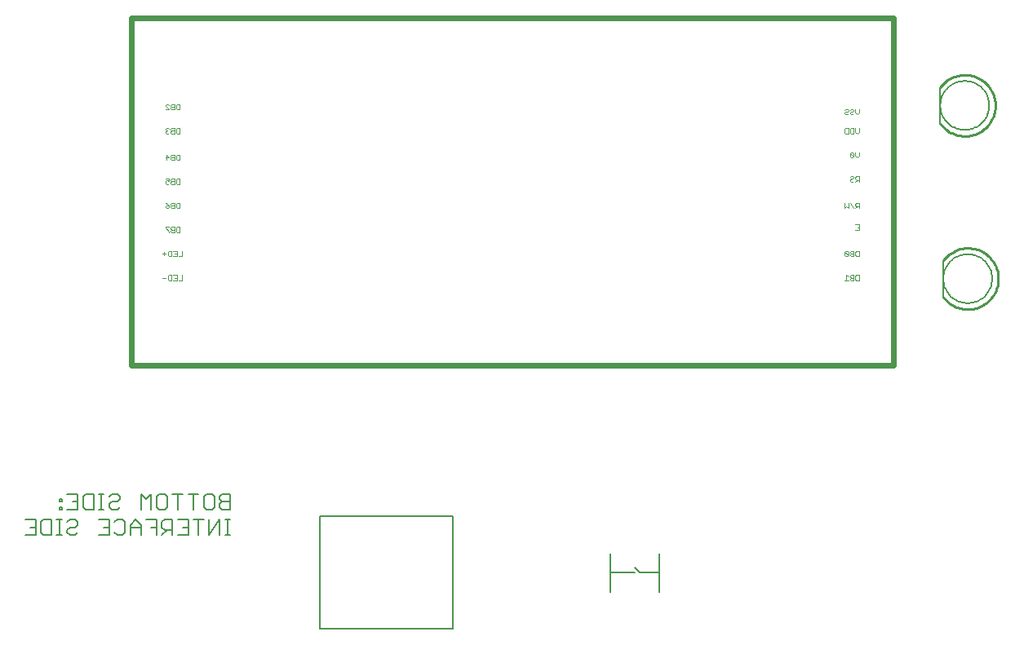
<source format=gbo>
G75*
%MOIN*%
%OFA0B0*%
%FSLAX24Y24*%
%IPPOS*%
%LPD*%
%AMOC8*
5,1,8,0,0,1.08239X$1,22.5*
%
%ADD10C,0.0060*%
%ADD11C,0.0240*%
%ADD12C,0.0020*%
%ADD13C,0.0050*%
%ADD14C,0.0080*%
%ADD15C,0.0100*%
D10*
X031360Y021330D02*
X031787Y021330D01*
X031787Y021971D01*
X031360Y021971D01*
X031574Y021650D02*
X031787Y021650D01*
X032005Y021437D02*
X032005Y021864D01*
X032111Y021971D01*
X032432Y021971D01*
X032432Y021330D01*
X032111Y021330D01*
X032005Y021437D01*
X032648Y021330D02*
X032861Y021330D01*
X032755Y021330D02*
X032755Y021971D01*
X032861Y021971D02*
X032648Y021971D01*
X032755Y022380D02*
X032861Y022380D01*
X032861Y022487D01*
X032755Y022487D01*
X032755Y022380D01*
X032755Y022700D02*
X032861Y022700D01*
X032861Y022807D01*
X032755Y022807D01*
X032755Y022700D01*
X033079Y022380D02*
X033506Y022380D01*
X033506Y023021D01*
X033079Y023021D01*
X033293Y022700D02*
X033506Y022700D01*
X033724Y022487D02*
X033724Y022914D01*
X033830Y023021D01*
X034151Y023021D01*
X034151Y022380D01*
X033830Y022380D01*
X033724Y022487D01*
X033399Y021971D02*
X033186Y021971D01*
X033079Y021864D01*
X033186Y021650D02*
X033079Y021544D01*
X033079Y021437D01*
X033186Y021330D01*
X033399Y021330D01*
X033506Y021437D01*
X033399Y021650D02*
X033186Y021650D01*
X033399Y021650D02*
X033506Y021757D01*
X033506Y021864D01*
X033399Y021971D01*
X034368Y021971D02*
X034795Y021971D01*
X034795Y021330D01*
X034368Y021330D01*
X034582Y021650D02*
X034795Y021650D01*
X035013Y021437D02*
X035119Y021330D01*
X035333Y021330D01*
X035440Y021437D01*
X035440Y021864D01*
X035333Y021971D01*
X035119Y021971D01*
X035013Y021864D01*
X035118Y022380D02*
X035225Y022487D01*
X035118Y022380D02*
X034905Y022380D01*
X034798Y022487D01*
X034798Y022594D01*
X034905Y022700D01*
X035118Y022700D01*
X035225Y022807D01*
X035225Y022914D01*
X035118Y023021D01*
X034905Y023021D01*
X034798Y022914D01*
X034580Y023021D02*
X034367Y023021D01*
X034474Y023021D02*
X034474Y022380D01*
X034580Y022380D02*
X034367Y022380D01*
X035657Y021757D02*
X035657Y021330D01*
X035657Y021650D02*
X036084Y021650D01*
X036084Y021757D02*
X035871Y021971D01*
X035657Y021757D01*
X036084Y021757D02*
X036084Y021330D01*
X036515Y021650D02*
X036729Y021650D01*
X036946Y021650D02*
X037053Y021544D01*
X037373Y021544D01*
X037160Y021544D02*
X036946Y021330D01*
X036729Y021330D02*
X036729Y021971D01*
X036302Y021971D01*
X036514Y022380D02*
X036514Y023021D01*
X036300Y022807D01*
X036087Y023021D01*
X036087Y022380D01*
X036731Y022487D02*
X036731Y022914D01*
X036838Y023021D01*
X037052Y023021D01*
X037158Y022914D01*
X037158Y022487D01*
X037052Y022380D01*
X036838Y022380D01*
X036731Y022487D01*
X037053Y021971D02*
X036946Y021864D01*
X036946Y021650D01*
X037053Y021971D02*
X037373Y021971D01*
X037373Y021330D01*
X037591Y021330D02*
X038018Y021330D01*
X038018Y021971D01*
X037591Y021971D01*
X037804Y021650D02*
X038018Y021650D01*
X038235Y021971D02*
X038662Y021971D01*
X038449Y021971D02*
X038449Y021330D01*
X038880Y021330D02*
X038880Y021971D01*
X038985Y022380D02*
X038772Y022380D01*
X038665Y022487D01*
X038665Y022914D01*
X038772Y023021D01*
X038985Y023021D01*
X039092Y022914D01*
X039092Y022487D01*
X038985Y022380D01*
X039310Y022487D02*
X039416Y022380D01*
X039737Y022380D01*
X039737Y023021D01*
X039416Y023021D01*
X039310Y022914D01*
X039310Y022807D01*
X039416Y022700D01*
X039737Y022700D01*
X039416Y022700D02*
X039310Y022594D01*
X039310Y022487D01*
X039307Y021971D02*
X038880Y021330D01*
X039307Y021330D02*
X039307Y021971D01*
X039523Y021971D02*
X039737Y021971D01*
X039630Y021971D02*
X039630Y021330D01*
X039737Y021330D02*
X039523Y021330D01*
X038234Y022380D02*
X038234Y023021D01*
X038021Y023021D02*
X038448Y023021D01*
X037803Y023021D02*
X037376Y023021D01*
X037590Y023021D02*
X037590Y022380D01*
X068867Y031820D02*
X068869Y031883D01*
X068875Y031945D01*
X068885Y032007D01*
X068898Y032069D01*
X068916Y032129D01*
X068937Y032188D01*
X068962Y032246D01*
X068991Y032302D01*
X069023Y032356D01*
X069058Y032408D01*
X069096Y032457D01*
X069138Y032505D01*
X069182Y032549D01*
X069230Y032591D01*
X069279Y032629D01*
X069331Y032664D01*
X069385Y032696D01*
X069441Y032725D01*
X069499Y032750D01*
X069558Y032771D01*
X069618Y032789D01*
X069680Y032802D01*
X069742Y032812D01*
X069804Y032818D01*
X069867Y032820D01*
X069930Y032818D01*
X069992Y032812D01*
X070054Y032802D01*
X070116Y032789D01*
X070176Y032771D01*
X070235Y032750D01*
X070293Y032725D01*
X070349Y032696D01*
X070403Y032664D01*
X070455Y032629D01*
X070504Y032591D01*
X070552Y032549D01*
X070596Y032505D01*
X070638Y032457D01*
X070676Y032408D01*
X070711Y032356D01*
X070743Y032302D01*
X070772Y032246D01*
X070797Y032188D01*
X070818Y032129D01*
X070836Y032069D01*
X070849Y032007D01*
X070859Y031945D01*
X070865Y031883D01*
X070867Y031820D01*
X070865Y031757D01*
X070859Y031695D01*
X070849Y031633D01*
X070836Y031571D01*
X070818Y031511D01*
X070797Y031452D01*
X070772Y031394D01*
X070743Y031338D01*
X070711Y031284D01*
X070676Y031232D01*
X070638Y031183D01*
X070596Y031135D01*
X070552Y031091D01*
X070504Y031049D01*
X070455Y031011D01*
X070403Y030976D01*
X070349Y030944D01*
X070293Y030915D01*
X070235Y030890D01*
X070176Y030869D01*
X070116Y030851D01*
X070054Y030838D01*
X069992Y030828D01*
X069930Y030822D01*
X069867Y030820D01*
X069804Y030822D01*
X069742Y030828D01*
X069680Y030838D01*
X069618Y030851D01*
X069558Y030869D01*
X069499Y030890D01*
X069441Y030915D01*
X069385Y030944D01*
X069331Y030976D01*
X069279Y031011D01*
X069230Y031049D01*
X069182Y031091D01*
X069138Y031135D01*
X069096Y031183D01*
X069058Y031232D01*
X069023Y031284D01*
X068991Y031338D01*
X068962Y031394D01*
X068937Y031452D01*
X068916Y031511D01*
X068898Y031571D01*
X068885Y031633D01*
X068875Y031695D01*
X068869Y031757D01*
X068867Y031820D01*
X068747Y038900D02*
X068749Y038963D01*
X068755Y039025D01*
X068765Y039087D01*
X068778Y039149D01*
X068796Y039209D01*
X068817Y039268D01*
X068842Y039326D01*
X068871Y039382D01*
X068903Y039436D01*
X068938Y039488D01*
X068976Y039537D01*
X069018Y039585D01*
X069062Y039629D01*
X069110Y039671D01*
X069159Y039709D01*
X069211Y039744D01*
X069265Y039776D01*
X069321Y039805D01*
X069379Y039830D01*
X069438Y039851D01*
X069498Y039869D01*
X069560Y039882D01*
X069622Y039892D01*
X069684Y039898D01*
X069747Y039900D01*
X069810Y039898D01*
X069872Y039892D01*
X069934Y039882D01*
X069996Y039869D01*
X070056Y039851D01*
X070115Y039830D01*
X070173Y039805D01*
X070229Y039776D01*
X070283Y039744D01*
X070335Y039709D01*
X070384Y039671D01*
X070432Y039629D01*
X070476Y039585D01*
X070518Y039537D01*
X070556Y039488D01*
X070591Y039436D01*
X070623Y039382D01*
X070652Y039326D01*
X070677Y039268D01*
X070698Y039209D01*
X070716Y039149D01*
X070729Y039087D01*
X070739Y039025D01*
X070745Y038963D01*
X070747Y038900D01*
X070745Y038837D01*
X070739Y038775D01*
X070729Y038713D01*
X070716Y038651D01*
X070698Y038591D01*
X070677Y038532D01*
X070652Y038474D01*
X070623Y038418D01*
X070591Y038364D01*
X070556Y038312D01*
X070518Y038263D01*
X070476Y038215D01*
X070432Y038171D01*
X070384Y038129D01*
X070335Y038091D01*
X070283Y038056D01*
X070229Y038024D01*
X070173Y037995D01*
X070115Y037970D01*
X070056Y037949D01*
X069996Y037931D01*
X069934Y037918D01*
X069872Y037908D01*
X069810Y037902D01*
X069747Y037900D01*
X069684Y037902D01*
X069622Y037908D01*
X069560Y037918D01*
X069498Y037931D01*
X069438Y037949D01*
X069379Y037970D01*
X069321Y037995D01*
X069265Y038024D01*
X069211Y038056D01*
X069159Y038091D01*
X069110Y038129D01*
X069062Y038171D01*
X069018Y038215D01*
X068976Y038263D01*
X068938Y038312D01*
X068903Y038364D01*
X068871Y038418D01*
X068842Y038474D01*
X068817Y038532D01*
X068796Y038591D01*
X068778Y038651D01*
X068765Y038713D01*
X068755Y038775D01*
X068749Y038837D01*
X068747Y038900D01*
D11*
X066818Y042467D02*
X066818Y028293D01*
X035715Y028293D01*
X035715Y042467D01*
X066818Y042467D01*
D12*
X065430Y038760D02*
X065430Y038613D01*
X065356Y038540D01*
X065283Y038613D01*
X065283Y038760D01*
X065209Y038723D02*
X065209Y038686D01*
X065172Y038650D01*
X065099Y038650D01*
X065062Y038613D01*
X065062Y038576D01*
X065099Y038540D01*
X065172Y038540D01*
X065209Y038576D01*
X065209Y038723D02*
X065172Y038760D01*
X065099Y038760D01*
X065062Y038723D01*
X064988Y038723D02*
X064988Y038686D01*
X064951Y038650D01*
X064878Y038650D01*
X064841Y038613D01*
X064841Y038576D01*
X064878Y038540D01*
X064951Y038540D01*
X064988Y038576D01*
X064988Y038723D02*
X064951Y038760D01*
X064878Y038760D01*
X064841Y038723D01*
X064878Y037972D02*
X064988Y037972D01*
X064988Y037752D01*
X064878Y037752D01*
X064841Y037789D01*
X064841Y037936D01*
X064878Y037972D01*
X065062Y037936D02*
X065099Y037972D01*
X065209Y037972D01*
X065209Y037752D01*
X065099Y037752D01*
X065062Y037789D01*
X065062Y037936D01*
X065283Y037972D02*
X065283Y037826D01*
X065356Y037752D01*
X065430Y037826D01*
X065430Y037972D01*
X065430Y036988D02*
X065430Y036841D01*
X065356Y036768D01*
X065283Y036841D01*
X065283Y036988D01*
X065209Y036951D02*
X065172Y036988D01*
X065099Y036988D01*
X065062Y036951D01*
X065209Y036805D01*
X065172Y036768D01*
X065099Y036768D01*
X065062Y036805D01*
X065062Y036951D01*
X065209Y036951D02*
X065209Y036805D01*
X065172Y036004D02*
X065209Y035967D01*
X065209Y035930D01*
X065172Y035894D01*
X065099Y035894D01*
X065062Y035857D01*
X065062Y035820D01*
X065099Y035784D01*
X065172Y035784D01*
X065209Y035820D01*
X065283Y035784D02*
X065356Y035857D01*
X065320Y035857D02*
X065430Y035857D01*
X065430Y035784D02*
X065430Y036004D01*
X065320Y036004D01*
X065283Y035967D01*
X065283Y035894D01*
X065320Y035857D01*
X065172Y036004D02*
X065099Y036004D01*
X065062Y035967D01*
X065062Y034921D02*
X065209Y034701D01*
X065283Y034701D02*
X065356Y034774D01*
X065320Y034774D02*
X065430Y034774D01*
X065430Y034701D02*
X065430Y034921D01*
X065320Y034921D01*
X065283Y034885D01*
X065283Y034811D01*
X065320Y034774D01*
X064988Y034701D02*
X064915Y034774D01*
X064841Y034701D01*
X064841Y034921D01*
X064988Y034921D02*
X064988Y034701D01*
X065283Y034035D02*
X065430Y034035D01*
X065430Y033815D01*
X065283Y033815D01*
X065356Y033925D02*
X065430Y033925D01*
X065430Y032953D02*
X065320Y032953D01*
X065283Y032916D01*
X065283Y032769D01*
X065320Y032733D01*
X065430Y032733D01*
X065430Y032953D01*
X065209Y032953D02*
X065099Y032953D01*
X065062Y032916D01*
X065062Y032879D01*
X065099Y032843D01*
X065209Y032843D01*
X065209Y032733D02*
X065209Y032953D01*
X065099Y032843D02*
X065062Y032806D01*
X065062Y032769D01*
X065099Y032733D01*
X065209Y032733D01*
X064988Y032769D02*
X064841Y032916D01*
X064841Y032769D01*
X064878Y032733D01*
X064951Y032733D01*
X064988Y032769D01*
X064988Y032916D01*
X064951Y032953D01*
X064878Y032953D01*
X064841Y032916D01*
X064915Y031968D02*
X064915Y031748D01*
X064988Y031748D02*
X064841Y031748D01*
X064988Y031895D02*
X064915Y031968D01*
X065062Y031932D02*
X065062Y031895D01*
X065099Y031858D01*
X065209Y031858D01*
X065283Y031785D02*
X065283Y031932D01*
X065320Y031968D01*
X065430Y031968D01*
X065430Y031748D01*
X065320Y031748D01*
X065283Y031785D01*
X065209Y031748D02*
X065099Y031748D01*
X065062Y031785D01*
X065062Y031822D01*
X065099Y031858D01*
X065062Y031932D02*
X065099Y031968D01*
X065209Y031968D01*
X065209Y031748D01*
X037772Y031748D02*
X037626Y031748D01*
X037551Y031748D02*
X037405Y031748D01*
X037330Y031748D02*
X037220Y031748D01*
X037184Y031785D01*
X037184Y031932D01*
X037220Y031968D01*
X037330Y031968D01*
X037330Y031748D01*
X037478Y031858D02*
X037551Y031858D01*
X037551Y031968D02*
X037551Y031748D01*
X037551Y031968D02*
X037405Y031968D01*
X037109Y031858D02*
X036963Y031858D01*
X037772Y031968D02*
X037772Y031748D01*
X037772Y032733D02*
X037626Y032733D01*
X037551Y032733D02*
X037405Y032733D01*
X037330Y032733D02*
X037220Y032733D01*
X037184Y032769D01*
X037184Y032916D01*
X037220Y032953D01*
X037330Y032953D01*
X037330Y032733D01*
X037478Y032843D02*
X037551Y032843D01*
X037551Y032953D02*
X037551Y032733D01*
X037551Y032953D02*
X037405Y032953D01*
X037109Y032843D02*
X036963Y032843D01*
X037036Y032916D02*
X037036Y032769D01*
X037772Y032733D02*
X037772Y032953D01*
X037674Y033717D02*
X037564Y033717D01*
X037527Y033753D01*
X037527Y033900D01*
X037564Y033937D01*
X037674Y033937D01*
X037674Y033717D01*
X037453Y033717D02*
X037453Y033937D01*
X037343Y033937D01*
X037306Y033900D01*
X037306Y033864D01*
X037343Y033827D01*
X037453Y033827D01*
X037343Y033827D02*
X037306Y033790D01*
X037306Y033753D01*
X037343Y033717D01*
X037453Y033717D01*
X037232Y033717D02*
X037232Y033753D01*
X037085Y033900D01*
X037085Y033937D01*
X037232Y033937D01*
X037195Y034701D02*
X037122Y034701D01*
X037085Y034738D01*
X037085Y034774D01*
X037122Y034811D01*
X037232Y034811D01*
X037232Y034738D01*
X037195Y034701D01*
X037232Y034811D02*
X037159Y034885D01*
X037085Y034921D01*
X037306Y034885D02*
X037343Y034921D01*
X037453Y034921D01*
X037453Y034701D01*
X037343Y034701D01*
X037306Y034738D01*
X037306Y034774D01*
X037343Y034811D01*
X037453Y034811D01*
X037527Y034738D02*
X037527Y034885D01*
X037564Y034921D01*
X037674Y034921D01*
X037674Y034701D01*
X037564Y034701D01*
X037527Y034738D01*
X037343Y034811D02*
X037306Y034848D01*
X037306Y034885D01*
X037343Y035685D02*
X037453Y035685D01*
X037453Y035905D01*
X037343Y035905D01*
X037306Y035869D01*
X037306Y035832D01*
X037343Y035795D01*
X037453Y035795D01*
X037527Y035722D02*
X037527Y035869D01*
X037564Y035905D01*
X037674Y035905D01*
X037674Y035685D01*
X037564Y035685D01*
X037527Y035722D01*
X037343Y035685D02*
X037306Y035722D01*
X037306Y035759D01*
X037343Y035795D01*
X037232Y035795D02*
X037159Y035832D01*
X037122Y035832D01*
X037085Y035795D01*
X037085Y035722D01*
X037122Y035685D01*
X037195Y035685D01*
X037232Y035722D01*
X037232Y035795D02*
X037232Y035905D01*
X037085Y035905D01*
X037122Y036670D02*
X037122Y036890D01*
X037232Y036780D01*
X037085Y036780D01*
X037306Y036816D02*
X037343Y036780D01*
X037453Y036780D01*
X037527Y036853D02*
X037527Y036706D01*
X037564Y036670D01*
X037674Y036670D01*
X037674Y036890D01*
X037564Y036890D01*
X037527Y036853D01*
X037453Y036890D02*
X037343Y036890D01*
X037306Y036853D01*
X037306Y036816D01*
X037343Y036780D02*
X037306Y036743D01*
X037306Y036706D01*
X037343Y036670D01*
X037453Y036670D01*
X037453Y036890D01*
X037453Y037752D02*
X037343Y037752D01*
X037306Y037789D01*
X037306Y037826D01*
X037343Y037862D01*
X037453Y037862D01*
X037527Y037789D02*
X037527Y037936D01*
X037564Y037972D01*
X037674Y037972D01*
X037674Y037752D01*
X037564Y037752D01*
X037527Y037789D01*
X037453Y037752D02*
X037453Y037972D01*
X037343Y037972D01*
X037306Y037936D01*
X037306Y037899D01*
X037343Y037862D01*
X037232Y037789D02*
X037195Y037752D01*
X037122Y037752D01*
X037085Y037789D01*
X037085Y037826D01*
X037122Y037862D01*
X037159Y037862D01*
X037122Y037862D02*
X037085Y037899D01*
X037085Y037936D01*
X037122Y037972D01*
X037195Y037972D01*
X037232Y037936D01*
X037232Y038736D02*
X037085Y038883D01*
X037085Y038920D01*
X037122Y038957D01*
X037195Y038957D01*
X037232Y038920D01*
X037306Y038920D02*
X037306Y038883D01*
X037343Y038847D01*
X037453Y038847D01*
X037527Y038920D02*
X037564Y038957D01*
X037674Y038957D01*
X037674Y038736D01*
X037564Y038736D01*
X037527Y038773D01*
X037527Y038920D01*
X037453Y038957D02*
X037343Y038957D01*
X037306Y038920D01*
X037343Y038847D02*
X037306Y038810D01*
X037306Y038773D01*
X037343Y038736D01*
X037453Y038736D01*
X037453Y038957D01*
X037232Y038736D02*
X037085Y038736D01*
D13*
X043412Y017497D02*
X048826Y017497D01*
X048826Y022103D01*
X043412Y022103D01*
X043412Y017497D01*
X055282Y019013D02*
X055282Y019800D01*
X056267Y019800D01*
X056464Y019800D02*
X056267Y019997D01*
X056464Y019800D02*
X057251Y019800D01*
X057251Y019013D01*
X057251Y019800D02*
X057251Y020587D01*
X055282Y020587D02*
X055282Y019800D01*
D14*
X068867Y031070D02*
X068867Y032570D01*
X068747Y038150D02*
X068747Y039650D01*
D15*
X068790Y039704D01*
X068836Y039756D01*
X068885Y039805D01*
X068937Y039852D01*
X068991Y039895D01*
X069047Y039936D01*
X069106Y039973D01*
X069166Y040007D01*
X069229Y040037D01*
X069292Y040064D01*
X069358Y040088D01*
X069424Y040108D01*
X069492Y040124D01*
X069560Y040136D01*
X069629Y040144D01*
X069698Y040149D01*
X069768Y040150D01*
X069837Y040147D01*
X069906Y040140D01*
X069974Y040129D01*
X070042Y040115D01*
X070109Y040096D01*
X070175Y040074D01*
X070240Y040049D01*
X070303Y040020D01*
X070364Y039987D01*
X070423Y039951D01*
X070480Y039912D01*
X070536Y039870D01*
X070588Y039825D01*
X070638Y039777D01*
X070685Y039726D01*
X070730Y039672D01*
X070771Y039617D01*
X070809Y039559D01*
X070844Y039499D01*
X070876Y039437D01*
X070904Y039374D01*
X070928Y039309D01*
X070949Y039243D01*
X070966Y039175D01*
X070980Y039107D01*
X070989Y039038D01*
X070995Y038969D01*
X070997Y038900D01*
X070995Y038831D01*
X070989Y038762D01*
X070980Y038693D01*
X070966Y038625D01*
X070949Y038557D01*
X070928Y038491D01*
X070904Y038426D01*
X070876Y038363D01*
X070844Y038301D01*
X070809Y038241D01*
X070771Y038183D01*
X070730Y038128D01*
X070685Y038074D01*
X070638Y038023D01*
X070588Y037975D01*
X070536Y037930D01*
X070480Y037888D01*
X070423Y037849D01*
X070364Y037813D01*
X070303Y037780D01*
X070240Y037751D01*
X070175Y037726D01*
X070109Y037704D01*
X070042Y037685D01*
X069974Y037671D01*
X069906Y037660D01*
X069837Y037653D01*
X069768Y037650D01*
X069698Y037651D01*
X069629Y037656D01*
X069560Y037664D01*
X069492Y037676D01*
X069424Y037692D01*
X069358Y037712D01*
X069292Y037736D01*
X069229Y037763D01*
X069166Y037793D01*
X069106Y037827D01*
X069047Y037864D01*
X068991Y037905D01*
X068937Y037948D01*
X068885Y037995D01*
X068836Y038044D01*
X068790Y038096D01*
X068747Y038150D01*
X068867Y032570D02*
X068910Y032624D01*
X068956Y032676D01*
X069005Y032725D01*
X069057Y032772D01*
X069111Y032815D01*
X069167Y032856D01*
X069226Y032893D01*
X069286Y032927D01*
X069349Y032957D01*
X069412Y032984D01*
X069478Y033008D01*
X069544Y033028D01*
X069612Y033044D01*
X069680Y033056D01*
X069749Y033064D01*
X069818Y033069D01*
X069888Y033070D01*
X069957Y033067D01*
X070026Y033060D01*
X070094Y033049D01*
X070162Y033035D01*
X070229Y033016D01*
X070295Y032994D01*
X070360Y032969D01*
X070423Y032940D01*
X070484Y032907D01*
X070543Y032871D01*
X070600Y032832D01*
X070656Y032790D01*
X070708Y032745D01*
X070758Y032697D01*
X070805Y032646D01*
X070850Y032592D01*
X070891Y032537D01*
X070929Y032479D01*
X070964Y032419D01*
X070996Y032357D01*
X071024Y032294D01*
X071048Y032229D01*
X071069Y032163D01*
X071086Y032095D01*
X071100Y032027D01*
X071109Y031958D01*
X071115Y031889D01*
X071117Y031820D01*
X071115Y031751D01*
X071109Y031682D01*
X071100Y031613D01*
X071086Y031545D01*
X071069Y031477D01*
X071048Y031411D01*
X071024Y031346D01*
X070996Y031283D01*
X070964Y031221D01*
X070929Y031161D01*
X070891Y031103D01*
X070850Y031048D01*
X070805Y030994D01*
X070758Y030943D01*
X070708Y030895D01*
X070656Y030850D01*
X070600Y030808D01*
X070543Y030769D01*
X070484Y030733D01*
X070423Y030700D01*
X070360Y030671D01*
X070295Y030646D01*
X070229Y030624D01*
X070162Y030605D01*
X070094Y030591D01*
X070026Y030580D01*
X069957Y030573D01*
X069888Y030570D01*
X069818Y030571D01*
X069749Y030576D01*
X069680Y030584D01*
X069612Y030596D01*
X069544Y030612D01*
X069478Y030632D01*
X069412Y030656D01*
X069349Y030683D01*
X069286Y030713D01*
X069226Y030747D01*
X069167Y030784D01*
X069111Y030825D01*
X069057Y030868D01*
X069005Y030915D01*
X068956Y030964D01*
X068910Y031016D01*
X068867Y031070D01*
M02*

</source>
